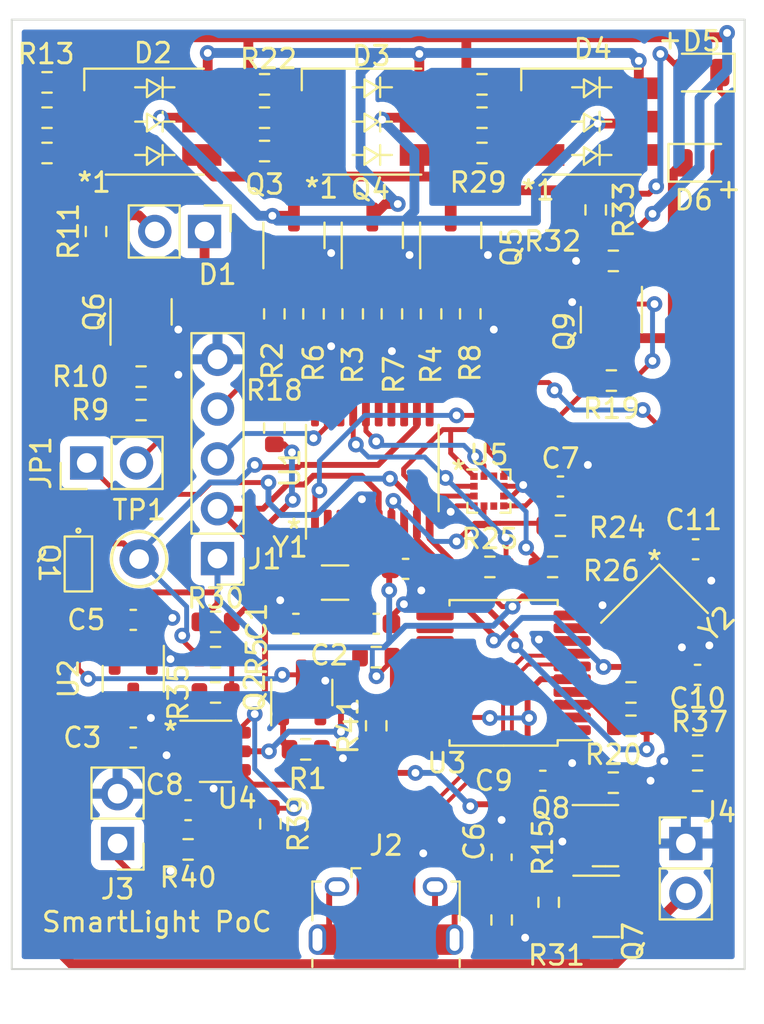
<source format=kicad_pcb>
(kicad_pcb (version 20211014) (generator pcbnew)
  (layers (0 "F.Cu" signal) (31 "B.Cu" signal) (34 "B.Paste" user) (35 "F.Paste" user) (36 "B.SilkS" user "B.Silkscreen") (37 "F.SilkS" user "F.Silkscreen") (38 "B.Mask" user) (39 "F.Mask" user) (44 "Edge.Cuts" user))
  (net 0 "")
  (net 1 "GND")
  (net 2 "Net-(C1-Pad2)")
  (net 3 "Net-(C2-Pad2)")
  (net 4 "+BATT")
  (net 5 "+3V3")
  (net 6 "Net-(C6-Pad1)")
  (net 7 "Net-(D1-Pad1)")
  (net 8 "Net-(D1-Pad2)")
  (net 9 "Net-(D2-Pad1)")
  (net 10 "/L_OUT3")
  (net 11 "Net-(D2-Pad3)")
  (net 12 "/L_OUT1")
  (net 13 "Net-(D2-Pad5)")
  (net 14 "/L_OUT2")
  (net 15 "Net-(D3-Pad1)")
  (net 16 "Net-(D3-Pad3)")
  (net 17 "Net-(D3-Pad5)")
  (net 18 "Net-(D4-Pad1)")
  (net 19 "Net-(D4-Pad3)")
  (net 20 "Net-(D4-Pad5)")
  (net 21 "Net-(D5-Pad1)")
  (net 22 "Net-(D5-Pad2)")
  (net 23 "Net-(D6-Pad1)")
  (net 24 "/RST")
  (net 25 "/SWDIO")
  (net 26 "/SWCLK")
  (net 27 "+5V")
  (net 29 "/USART2_TX")
  (net 30 "Net-(JP1-Pad2)")
  (net 31 "/ADC_LIGHT")
  (net 32 "Net-(Q1-Pad2)")
  (net 33 "/MEAS_ON")
  (net 34 "Net-(Q3-Pad1)")
  (net 35 "Net-(Q4-Pad1)")
  (net 36 "Net-(Q5-Pad1)")
  (net 37 "Net-(Q6-Pad1)")
  (net 38 "/BAT_MEAS_ON")
  (net 39 "Net-(Q7-Pad3)")
  (net 40 "/INDICATOR_ON")
  (net 41 "/PWM1")
  (net 42 "/PWM2")
  (net 43 "/PWM3")
  (net 44 "/ADC_BAT")
  (net 45 "Net-(R18-Pad2)")
  (net 46 "Net-(R19-Pad2)")
  (net 47 "/INT")
  (net 48 "/I2C2_SDA")
  (net 49 "/I2C2_SCL")
  (net 50 "/DONE")
  (net 51 "/CHRG")
  (net 52 "Net-(R37-Pad1)")
  (net 53 "/USART2_RX")
  (net 54 "Net-(R38-Pad1)")
  (net 55 "Net-(R39-Pad1)")
  (net 56 "Net-(R39-Pad2)")
  (net 57 "/ADC1")
  (net 60 "Net-(C10-Pad2)")
  (net 61 "Net-(C11-Pad2)")
  (net 72 "Net-(R41-Pad1)")
  (net 73 "/U-")
  (net 74 "/U+")
  (footprint "Resistor_SMD:R_0603_1608Metric" (layer "F.Cu") (at 155 42 -90)
    (fp_text reference "R6")
    (fp_text value "10k")
  )
  (footprint "Resistor_SMD:R_0603_1608Metric" (layer "F.Cu") (at 167.2 54.9 180)
    (fp_text reference "R26")
    (fp_text value "10k")
  )
  (footprint "Resistor_SMD:R_0603_1608Metric" (layer "F.Cu") (at 163.6 32)
    (fp_text reference "R27" hide)
    (fp_text value "10")
  )
  (footprint "Resistor_SMD:R_0603_1608Metric" (layer "F.Cu") (at 150 59.5 180)
    (fp_text reference "R5")
    (fp_text value "10k")
  )
  (footprint "Connector_PinHeader_2.54mm:PinHeader_1x02_P2.54mm_Vertical" (layer "F.Cu") (at 149.44 37.8 -90)
    (fp_text reference "D1")
    (fp_text value "IR")
  )
  (footprint "Capacitor_SMD:C_0603_1608Metric" (layer "F.Cu") (at 167.6 50.8)
    (fp_text reference "C7")
    (fp_text value "1u")
  )
  (footprint "Resistor_SMD:R_0603_1608Metric" (layer "F.Cu") (at 167.6 52.8 180)
    (fp_text reference "R24")
    (fp_text value "DNP")
  )
  (footprint "Resistor_SMD:R_0603_1608Metric" (layer "F.Cu") (at 154.6 64.2)
    (fp_text reference "R1")
    (fp_text value "10k")
  )
  (footprint "Resistor_SMD:R_0603_1608Metric" (layer "F.Cu") (at 170.2 45.4 180)
    (fp_text reference "R19")
    (fp_text value "100")
  )
  (footprint "Capacitor_SMD:C_0603_1608Metric" (layer "F.Cu") (at 159.7 55)
    (fp_text reference "C4" hide)
    (fp_text value "1u")
  )
  (footprint "Resistor_SMD:R_0603_1608Metric" (layer "F.Cu") (at 153 47.825 90)
    (fp_text reference "R18")
    (fp_text value "100")
  )
  (footprint "Capacitor_SMD:C_0603_1608Metric" (layer "F.Cu") (at 166.7 65.8)
    (fp_text reference "C9")
    (fp_text value "1u")
  )
  (footprint "Resistor_SMD:R_0603_1608Metric" (layer "F.Cu") (at 158.2 63 90)
    (fp_text reference "R41")
    (fp_text value "10k")
  )
  (footprint "Package_TO_SOT_SMD:SOT-23" (layer "F.Cu") (at 146.2 41.9 90)
    (fp_text reference "Q6")
    (fp_text value "YJL3400A")
  )
  (footprint "Connector_PinHeader_2.54mm:PinHeader_1x05_P2.54mm_Vertical" (layer "F.Cu") (at 150.1 54.475 180)
    (fp_text reference "J1")
    (fp_text value "PROG")
  )
  (footprint "Resistor_SMD:R_0603_1608Metric" (layer "F.Cu") (at 164 54.9)
    (fp_text reference "R25")
    (fp_text value "10k")
  )
  (footprint "MHP5050RGBDT:MHP5050RGBDT" (layer "F.Cu") (at 158 32 180)
    (fp_text reference "D3")
    (fp_text value "MHP5050RGBDT")
  )
  (footprint "Resistor_SMD:R_0603_1608Metric" (layer "F.Cu") (at 171.2 61.3)
    (fp_text reference "R38" hide)
    (fp_text value "100")
  )
  (footprint "Resistor_SMD:R_0603_1608Metric" (layer "F.Cu") (at 153 42 90)
    (fp_text reference "R2")
    (fp_text value "100")
  )
  (footprint "Oscillator:Oscillator_SMD_SeikoEpson_SG8002CE-4Pin_3.2x2.5mm" (layer "F.Cu") (at 172.4 57.5 -135)
    (fp_text reference "Y2")
    (fp_text value "X322512MSB4SI")
  )
  (footprint "Resistor_SMD:R_0603_1608Metric" (layer "F.Cu") (at 152.5 30.3)
    (fp_text reference "R22")
    (fp_text value "10")
  )
  (footprint "Resistor_SMD:R_0603_1608Metric" (layer "F.Cu") (at 171.2 63)
    (fp_text reference "R37")
    (fp_text value "100")
  )
  (footprint "Resistor_SMD:R_0603_1608Metric" (layer "F.Cu") (at 157 42 90)
    (fp_text reference "R3")
    (fp_text value "100")
  )
  (footprint "Resistor_SMD:R_0603_1608Metric" (layer "F.Cu") (at 150 57.7)
    (fp_text reference "R30")
    (fp_text value "10k")
  )
  (footprint "Resistor_SMD:R_0603_1608Metric" (layer "F.Cu") (at 141.4 33.8)
    (fp_text reference "R14" hide)
    (fp_text value "10")
  )
  (footprint "Package_TO_SOT_SMD:SOT-23" (layer "F.Cu") (at 169.9 68.6)
    (fp_text reference "Q8")
    (fp_text value "YJL3400A")
  )
  (footprint "Resistor_SMD:R_0603_1608Metric" (layer "F.Cu") (at 143.9 37.8 -90)
    (fp_text reference "R11")
    (fp_text value "10")
  )
  (footprint "Resistor_SMD:R_0603_1608Metric" (layer "F.Cu") (at 150 61.3 180)
    (fp_text reference "R35")
    (fp_text value "10k")
  )
  (footprint "LED_SMD:LED_0805_2012Metric" (layer "F.Cu") (at 174.8 34.3)
    (fp_text reference "D6")
    (fp_text value "RED")
  )
  (footprint "Resistor_SMD:R_0603_1608Metric" (layer "F.Cu") (at 158.2 59.5)
    (fp_text reference "R34" hide)
    (fp_text value "10k")
  )
  (footprint "Resistor_SMD:R_0603_1608Metric" (layer "F.Cu") (at 161 42 90)
    (fp_text reference "R4")
    (fp_text value "100")
  )
  (footprint "Capacitor_SMD:C_0603_1608Metric" (layer "F.Cu") (at 158.2 57.8 180)
    (fp_text reference "C2")
    (fp_text value "15pf")
  )
  (footprint "Resistor_SMD:R_0603_1608Metric" (layer "F.Cu") (at 141.4 30.2)
    (fp_text reference "R13")
    (fp_text value "10")
  )
  (footprint "Capacitor_SMD:C_0603_1608Metric" (layer "F.Cu") (at 145.8 57.6)
    (fp_text reference "C5")
    (fp_text value "1u")
  )
  (footprint "Capacitor_SMD:C_0603_1608Metric" (layer "F.Cu") (at 148.6 67.3)
    (fp_text reference "C8")
    (fp_text value "10u")
  )
  (footprint "Resistor_SMD:R_0603_1608Metric" (layer "F.Cu") (at 170.3 39.3 180)
    (fp_text reference "R32")
    (fp_text value "10k")
  )
  (footprint "Package_LGA:LGA-12_2x2mm_P0.5mm" (layer "F.Cu") (at 163.95 51.0375)
    (fp_text reference "U5")
    (fp_text value "KX022-1020")
  )
  (footprint "Resistor_SMD:R_0603_1608Metric" (layer "F.Cu") (at 164.6 72.9 -90)
    (fp_text reference "R31")
    (fp_text value "10k")
  )
  (footprint "LED_SMD:LED_0805_2012Metric" (layer "F.Cu") (at 174.8 29.7 180)
    (fp_text reference "D5")
    (fp_text value "RED")
  )
  (footprint "Package_TO_SOT_SMD:SOT-23" (layer "F.Cu") (at 158 38 90)
    (fp_text reference "Q4")
    (fp_text value "YJL3400A")
  )
  (footprint "Package_TO_SOT_SMD:SOT-23" (layer "F.Cu") (at 145.8 60.6 -90)
    (fp_text reference "U2")
    (fp_text value "XC6206P332MR")
  )
  (footprint "Connector_PinHeader_2.54mm:PinHeader_1x02_P2.54mm_Vertical" (layer "F.Cu") (at 145 69 180)
    (fp_text reference "J3")
    (fp_text value "WCHRG")
  )
  (footprint "Package_TO_SOT_SMD:SOT-23" (layer "F.Cu") (at 154.4 61.3 90)
    (fp_text reference "Q2")
    (fp_text value "YJL3400A")
  )
  (footprint "Capacitor_SMD:C_0603_1608Metric" (layer "F.Cu") (at 174.5 54 180)
    (fp_text reference "C11")
    (fp_text value "12p")
  )
  (footprint "Resistor_SMD:R_0603_1608Metric" (layer "F.Cu") (at 152.5 32)
    (fp_text reference "R21" hide)
    (fp_text value "10")
  )
  (footprint "Connector_USB:USB_Micro-B_Amphenol_10118194_Horizontal" (layer "F.Cu") (at 158.7 72.6)
    (fp_text reference "J2")
    (fp_text value "USB_B_Micro")
  )
  (footprint "Resistor_SMD:R_0603_1608Metric" (layer "F.Cu") (at 159 42 -90)
    (fp_text reference "R7")
    (fp_text value "10k")
  )
  (footprint "Resistor_SMD:R_0603_1608Metric" (layer "F.Cu") (at 169.4 36.7 -90)
    (fp_text reference "R33")
    (fp_text value "10")
  )
  (footprint "TestPoint:TestPoint_Keystone_5000-5004_Miniature" (layer "F.Cu") (at 146.1 54.5)
    (fp_text reference "TP1")
    (fp_text value "T1")
  )
  (footprint "Package_TO_SOT_SMD:SOT-23" (layer "F.Cu") (at 162 38 90)
    (fp_text reference "Q5")
    (fp_text value "YJL3400A")
  )
  (footprint "Resistor_SMD:R_0603_1608Metric" (layer "F.Cu") (at 152.8 68 -90)
    (fp_text reference "R39")
    (fp_text value "10k")
  )
  (footprint "Package_TO_SOT_SMD:SOT-23" (layer "F.Cu") (at 169.9375 72.2)
    (fp_text reference "Q7")
    (fp_text value "AO3401A")
  )
  (footprint "Resistor_SMD:R_0603_1608Metric" (layer "F.Cu") (at 163.6 33.8)
    (fp_text reference "R29")
    (fp_text value "10")
  )
  (footprint "Connector_PinHeader_2.54mm:PinHeader_1x02_P2.54mm_Vertical" (layer "F.Cu") (at 143.425 49.6 90)
    (fp_text reference "JP1")
    (fp_text value "Jumper_2_Open")
  )
  (footprint "Capacitor_SMD:C_0603_1608Metric" (layer "F.Cu") (at 174.6 60.4 180)
    (fp_text reference "C10")
    (fp_text value "12p")
  )
  (footprint "Resistor_SMD:R_0603_1608Metric" (layer "F.Cu") (at 163 42 -90)
    (fp_text reference "R8")
    (fp_text value "10k")
  )
  (footprint "Package_TO_SOT_SMD:SOT-23-6" (layer "F.Cu") (at 150 64.3)
    (fp_text reference "U4")
    (fp_text value "FM4057S42")
  )
  (footprint "Resistor_SMD:R_0603_1608Metric" (layer "F.Cu") (at 170.3 65.9)
    (fp_text reference "R20")
    (fp_text value "10k")
  )
  (footprint "Connector_PinHeader_2.54mm:PinHeader_1x02_P2.54mm_Vertical" (layer "F.Cu") (at 174 69)
    (fp_text reference "J4")
    (fp_text value "Battery")
  )
  (footprint "Resistor_SMD:R_0603_1608Metric" (layer "F.Cu") (at 148.6 69.3 180)
    (fp_text reference "R40")
    (fp_text value "0")
  )
  (footprint "Resistor_SMD:R_0603_1608Metric" (layer "F.Cu") (at 141.4 32)
    (fp_text reference "R12" hide)
    (fp_text value "10")
  )
  (footprint "Crystal:Crystal_SMD_3215-2Pin_3.2x1.5mm" (layer "F.Cu") (at 156.1 55.7)
    (fp_text reference "Y1")
    (fp_text value "Crystal")
  )
  (footprint "Resistor_SMD:R_0603_1608Metric" (layer "F.Cu") (at 152.5 33.7)
    (fp_text reference "R23" hide)
    (fp_text value "10")
  )
  (footprint "Resistor_SMD:R_0603_1608Metric" (layer "F.Cu") (at 174.6 64 180)
    (fp_text reference "R17" hide)
    (fp_text value "10k")
  )
  (footprint "Package_SO:TSSOP-20_4.4x6.5mm_P0.65mm" (layer "F.Cu") (at 158 49.8625 90)
    (fp_text reference "U1")
    (fp_text value "STM32G030F6Px")
  )
  (footprint "Resistor_SMD:R_0603_1608Metric" (layer "F.Cu") (at 174.6 65.8)
    (fp_text reference "R16" hide)
    (fp_text value "10k")
  )
  (footprint "Capacitor_SMD:C_0603_1608Metric" (layer "F.Cu") (at 154.1 57.8)
    (fp_text reference "C1")
    (fp_text value "15pf")
  )
  (footprint "Capacitor_SMD:C_0603_1608Metric" (layer "F.Cu") (at 145.8 63.6)
    (fp_text reference "C3")
    (fp_text value "1u")
  )
  (footprint "Capacitor_SMD:C_0603_1608Metric" (layer "F.Cu") (at 164.6 69.7 90)
    (fp_text reference "C6")
    (fp_text value "15pf")
  )
  (footprint "Package_SO:SSOP-20_5.3x7.2mm_P0.65mm" (layer "F.Cu") (at 164.7 60.3 180)
    (fp_text reference "U3")
    (fp_text value "CH340T")
  )
  (footprint "Package_TO_SOT_SMD:SOT-23" (layer "F.Cu") (at 154 38 90)
    (fp_text reference "Q3")
    (fp_text value "YJL3400A")
  )
  (footprint "MHP5050RGBDT:MHP5050RGBDT" (layer "F.Cu") (at 146.9 32 180)
    (fp_text reference "D2")
    (fp_text value "MHP5050RGBDT")
  )
  (footprint "Resistor_SMD:R_0603_1608Metric" (layer "F.Cu") (at 167 72 -90)
    (fp_text reference "R15")
    (fp_text value "10k")
  )
  (footprint "Resistor_SMD:R_0603_1608Metric" (layer "F.Cu") (at 146.2 45.2)
    (fp_text reference "R10")
    (fp_text value "10k")
  )
  (footprint "MHP5050RGBDT:MHP5050RGBDT" (layer "F.Cu") (at 169.2 32 180)
    (fp_text reference "D4")
    (fp_text value "MHP5050RGBDT")
  )
  (footprint "Package_TO_SOT_SMD:SOT-23" (layer "F.Cu") (at 170.2 42.3 -90)
    (fp_text reference "Q9")
    (fp_text value "YJL3400A")
  )
  (footprint "Resistor_SMD:R_0603_1608Metric" (layer "F.Cu") (at 163.6 30.3)
    (fp_text reference "R28" hide)
    (fp_text value "10")
  )
  (footprint "ambient:ALS-PT19" (layer "F.Cu") (at 143 54.75 -90)
    (fp_text reference "Q1")
    (fp_text value "ALS-PT19")
  )
  (footprint "Resistor_SMD:R_0603_1608Metric" (layer "F.Cu") (at 146.2 46.9 180)
    (fp_text reference "R9")
    (fp_text value "100")
  )
  (gr_line (start 139.6 75.4) (end 176.2 75.4) (layer "Edge.Cuts") (width 0.1))
  (gr_line (start 177 75.4) (end 176.2 75.4) (layer "Edge.Cuts") (width 0.1))
  (gr_line (start 139.6 27) (end 177 27) (layer "Edge.Cuts") (width 0.1))
  (gr_line (start 177 27) (end 177 75.4) (layer "Edge.Cuts") (width 0.1))
  (gr_line (start 139.6 27) (end 139.6 75.4) (layer "Edge.Cuts") (width 0.1))
  (gr_text "SmartLight PoC" (at 147 73) (layer "F.SilkS") (effects (font (size 1 1))))
  (gr_text "+" (at 176.2 35.6) (layer "F.SilkS") (effects (font (size 1 1))))
  (gr_text "+" (at 173.2 28) (layer "F.SilkS") (effects (font (size 1 1))))
  (gr_text "*" (at 172.4 54.6) (layer "F.SilkS") (effects (font (size 1 1))))
  (gr_text "*" (at 162.4 50) (layer "F.SilkS") (effects (font (size 1 1))))
  (gr_text "*" (at 147.7 63.3) (layer "F.SilkS") (effects (font (size 1 1))))
  (gr_text "*" (at 154 53) (layer "F.SilkS") (effects (font (size 1 1))))
  (gr_text "*1" (at 155.4 35.6) (layer "F.SilkS") (effects (font (size 1 1))))
  (gr_text "*1" (at 166.45 35.7) (layer "F.SilkS") (effects (font (size 1 1))))
  (gr_text "*1" (at 143.8 35.3) (layer "F.SilkS") (effects (font (size 1 1))))
  (segment (start 170.87972 57.676777) (end 170.572557 57.676777) (width 0.25) (layer "F.Cu") (net 1))
  (segment (start 146.575 57.6) (end 147.7 57.6) (width 0.3) (layer "F.Cu") (net 1))
  (segment (start 158.975 57.436978) (end 159.611978 56.8) (width 0.3) (layer "F.Cu") (net 1))
  (segment (start 163.8375 38.9375) (end 163.9 39) (width 0.3) (layer "F.Cu") (net 1))
  (segment (start 156.0495 64.2) (end 155.425 64.2) (width 0.3) (layer "F.Cu") (net 1))
  (segment (start 155.35 62.2375) (end 155.35 60.95) (width 0.3) (layer "F.Cu") (net 1))
  (segment (start 171.125 65.9) (end 172.1 65.9) (width 0.25) (layer "F.Cu") (net 1))
  (segment (start 147.7 64.3) (end 147.5 64.5) (width 0.25) (layer "F.Cu") (net 1))
  (segment (start 168.35 69.55) (end 167.7 68.9) (width 0.25) (layer "F.Cu") (net 1))
  (segment (start 159 42.825) (end 159 43.9) (width 0.3) (layer "F.Cu") (net 1))
  (segment (start 175.375 59.075) (end 175.2 58.9) (width 0.25) (layer "F.Cu") (net 1))
  (segment (start 148.0625 42.8375) (end 148.1 42.8) (width 0.25) (layer "F.Cu") (net 1))
  (segment (start 157.675 52.725) (end 157.675 51.654477) (width 0.3) (layer "F.Cu") (net 1))
  (segment (start 147.775 69.3) (end 147.775 70.325) (width 0.3) (layer "F.Cu") (net 1))
  (segment (start 147.15 42.8375) (end 148.0625 42.8375) (width 0.25) (layer "F.Cu") (net 1))
  (segment (start 149.375 66.725) (end 149.9 66.2) (width 0.3) (layer "F.Cu") (net 1))
  (segment (start 154.95 38.9375) (end 155.8625 38.9375) (width 0.3) (layer "F.Cu") (net 1))
  (segment (start 148 45.2) (end 148.1 45.1) (width 0.25) (layer "F.Cu") (net 1))
  (segment (start 168.375 50.325) (end 169 49.7) (width 0.25) (layer "F.Cu") (net 1))
  (segment (start 169.25 41.3625) (end 168.2375 41.3625) (width 0.3) (layer "F.Cu") (net 1))
  (segment (start 164.175 42.825) (end 164.2 42.8) (width 0.3) (layer "F.Cu") (net 1))
  (segment (start 172.1 65.9) (end 172.2 65.8) (width 0.25) (layer "F.Cu") (net 1))
  (segment (start 173.775 64) (end 172.975 64.8) (width 0.25) (layer "F.Cu") (net 1))
  (segment (start 146.75 59.6625) (end 147.6375 59.6625) (width 0.3) (layer "F.Cu") (net 1))
  (segment (start 173.8 57.443503) (end 173.8 59) (width 0.25) (layer "F.Cu") (net 1))
  (segment (start 165.137 51.2875) (end 165.7 50.7245) (width 0.25) (layer "F.Cu") (net 1))
  (segment (start 153.325 57.8) (end 153.325 56.625) (width 0.3) (layer "F.Cu") (net 1))
  (segment (start 169.475 39.3) (end 168.4 39.3) (width 0.3) (layer "F.Cu") (net 1))
  (segment (start 164.6 68.925) (end 164.6 67.8) (width 0.3) (layer "F.Cu") (net 1))
  (segment (start 147.6375 59.6625) (end 147.7 59.6) (width 0.3) (layer "F.Cu") (net 1))
  (segment (start 175.375 60.4) (end 175.375 59.075) (width 0.25) (layer "F.Cu") (net 1))
  (segment (start 158.975 57.8) (end 158.975 57.436978) (width 0.3) (layer "F.Cu") (net 1))
  (segment (start 162.302393 51.7875) (end 162 52.089893) (width 0.25) (layer "F.Cu") (net 1))
  (segment (start 167.475 65.8) (end 167.475 65.625) (width 0.25) (layer "F.Cu") (net 1))
  (segment (start 160.475 56.075) (end 160.5 56.1) (width 0.3) (layer "F.Cu") (net 1))
  (segment (start 158.025 62) (end 158.2 62.175) (width 0.25) (layer "F.Cu") (net 1))
  (segment (start 162.95 38.9375) (end 163.8375 38.9375) (width 0.3) (layer "F.Cu") (net 1))
  (segment (start 159.8375 38.9375) (end 159.9 39) (width 0.3) (layer "F.Cu") (net 1))
  (segment (start 175.3 54.025) (end 175.3 55.6) (width 0.25) (layer "F.Cu") (net 1))
  (segment (start 147.025 45.2) (end 148 45.2) (width 0.25) (layer "F.Cu") (net 1))
  (segment (start 168.2 58.675) (end 166.575 58.675) (width 0.25) (layer "F.Cu") (net 1))
  (segment (start 148.8625 64.3) (end 147.7 64.3) (width 0.25) (layer "F.Cu") (net 1))
  (segment (start 157.0995 62) (end 158.025 62) (width 0.25) (layer "F.Cu") (net 1))
  (segment (start 170.572557 57.676777) (end 169.747689 56.851909) (width 0.25) (layer "F.Cu") (net 1))
  (segment (start 168.9625 69.55) (end 168.35 69.55) (width 0.25) (layer "F.Cu") (net 1))
  (segment (start 175.275 54) (end 175.3 54.025) (width 0.25) (layer "F.Cu") (net 1))
  (segment (start 155 42.825) (end 155.0745 42.825) (width 0.3) (layer "F.Cu") (net 1))
  (segment (start 147.7 57.6) (end 147.8 57.5) (width 0.3) (layer "F.Cu") (net 1))
  (segment (start 165.637 50.7875) (end 165.7 50.7245) (width 0.25) (layer "F.Cu") (net 1))
  (segment (start 155.0745 42.825) (end 155.9 43.6505) (width 0.3) (layer "F.Cu") (net 1))
  (segment (start 163 42.825) (end 164.175 42.825) (width 0.3) (layer "F.Cu") (net 1))
  (segment (start 165.725 73.725) (end 165.8 73.8) (width 0.3) (layer "F.Cu") (net 1))
  (segment (start 164.6 73.725) (end 165.725 73.725) (width 0.3) (layer "F.Cu") (net 1))
  (segment (start 160 71.2) (end 160 70.1) (width 0.3) (layer "F.Cu") (net 1))
  (segment (start 163.1875 51.7875) (end 162.302393 51.7875) (width 0.25) (layer "F.Cu") (net 1))
  (segment (start 164.7125 50.7875) (end 165.637 50.7875) (width 0.25) (layer "F.Cu") (net 1))
  (segment (start 166.575 58.675) (end 166.5 58.6) (width 0.25) (layer "F.Cu") (net 1))
  (segment (start 173.92028 57.323223) (end 173.8 57.443503) (width 0.25) (layer "F.Cu") (net 1))
  (segment (start 167.475 65.625) (end 168.2 64.9) (width 0.25) (layer "F.Cu") (net 1))
  (segment (start 153.325 56.625) (end 153.3 56.6) (width 0.3) (layer "F.Cu") (net 1))
  (segment (start 149.375 67.3) (end 149.375 66.725) (width 0.3) (layer "F.Cu") (net 1))
  (segment (start 155.8625 38.9375) (end 155.9 38.9) (width 0.3) (layer "F.Cu") (net 1))
  (segment (start 172.975 64.8) (end 172.9 64.8) (width 0.25) (layer "F.Cu") (net 1))
  (segment (start 146.575 62.725) (end 146.7 62.6) (width 0.3) (layer "F.Cu") (net 1))
  (segment (start 155.35 60.95) (end 155.6 60.7) (width 0.3) (layer "F.Cu") (net 1))
  (segment (start 156.5 64.6505) (end 156.0495 64.2) (width 0.3) (layer "F.Cu") (net 1))
  (segment (start 164.7125 51.2875) (end 165.137 51.2875) (width 0.25) (layer "F.Cu") (net 1))
  (segment (start 146.575 63.6) (end 146.575 62.725) (width 0.3) (layer "F.Cu") (net 1))
  (segment (start 157.675 51.654477) (end 157.470023 51.4495) (width 0.3) (layer "F.Cu") (net 1))
  (segment (start 147.775 70.325) (end 147.7 70.4) (width 0.3) (layer "F.Cu") (net 1))
  (segment (start 168.2375 41.3625) (end 168.2 41.4) (width 0.3) (layer "F.Cu") (net 1))
  (segment (start 160.475 55) (end 160.475 56.075) (width 0.3) (layer "F.Cu") (net 1))
  (segment (start 160 70.1) (end 160.6 69.5) (width 0.3) (layer "F.Cu") (net 1))
  (segment (start 168.375 50.8) (end 168.375 50.325) (width 0.25) (layer "F.Cu") (net 1))
  (segment (start 158.95 38.9375) (end 159.8375 38.9375) (width 0.3) (layer "F.Cu") (net 1))
  (via (at 159.611978 56.8) (size 0.8) (drill 0.4) (layers "F.Cu" "B.Cu") (net 1))
  (via (at 166.5 58.6) (size 0.8) (drill 0.4) (layers "F.Cu" "B.Cu") (net 1))
  (via (at 147.7 59.6) (size 0.8) (drill 0.4) (layers "F.Cu" "B.Cu") (net 1))
  (via (at 148.1 45.1) (size 0.8) (drill 0.4) (layers "F.Cu" "B.Cu") (net 1))
  (via (at 149.9 66.2) (size 0.8) (drill 0.4) (layers "F.Cu" "B.Cu") (net 1))
  (via (at 172.9 64.8) (size 0.8) (drill 0.4) (layers "F.Cu" "B.Cu") (net 1))
  (via (at 164.6 67.8) (size 0.8) (drill 0.4) (layers "F.Cu" "B.Cu") (net 1))
  (via (at 168.4 39.3) (size 0.8) (drill 0.4) (layers "F.Cu" "B.Cu") (net 1))
  (via (at 157.0995 62) (size 0.8) (drill 0.4) (layers "F.Cu" "B.Cu") (net 1))
  (via (at 168.2 64.9) (size 0.8) (drill 0.4) (layers "F.Cu" "B.Cu") (net 1))
  (via (at 159.9 39) (size 0.8) (drill 0.4) (layers "F.Cu" "B.Cu") (net 1))
  (via (at 175.3 55.6) (size 0.8) (drill 0.4) (layers "F.Cu" "B.Cu") (net 1))
  (via (at 162 52.089893) (size 0.8) (drill 0.4) (layers "F.Cu" "B.Cu") (net 1))
  (via (at 155.6 60.7) (size 0.8) (drill 0.4) (layers "F.Cu" "B.Cu") (net 1))
  (via (at 169 49.7) (size 0.8) (drill 0.4) (layers "F.Cu" "B.Cu") (net 1))
  (via (at 173.8 59) (size 0.8) (drill 0.4) (layers "F.Cu" "B.Cu") (net 1))
  (via (at 147.8 57.5) (size 0.8) (drill 0.4) (layers "F.Cu" "B.Cu") (net 1))
  (via (at 165.7 50.7245) (size 0.8) (drill 0.4) (layers "F.Cu" "B.Cu") (net 1))
  (via (at 155.9 43.6505) (size 0.8) (drill 0.4) (layers "F.Cu" "B.Cu") (net 1))
  (via (at 175.2 58.9) (size 0.8) (drill 0.4) (layers "F.Cu" "B.Cu") (net 1))
  (via (at 146.7 62.6) (size 0.8) (drill 0.4) (layers "F.Cu" "B.Cu") (net 1))
  (via (at 165.8 73.8) (size 0.8) (drill 0.4) (layers "F.Cu" "B.Cu") (net 1))
  (via (at 147.7 70.4) (size 0.8) (drill 0.4) (layers "F.Cu" "B.Cu") (net 1))
  (via (at 155.9 38.9) (size 0.8) (drill 0.4) (layers "F.Cu" "B.Cu") (net 1))
  (via (at 169.747689 56.851909) (size 0.8) (drill 0.4) (layers "F.Cu" "B.Cu") (net 1))
  (via (at 156.5 64.6505) (size 0.8) (drill 0.4) (layers "F.Cu" "B.Cu") (net 1))
  (via (at 160.5 56.1) (size 0.8) (drill 0.4) (layers "F.Cu" "B.Cu") (net 1))
  (via (at 167.7 68.9) (size 0.8) (drill 0.4) (layers "F.Cu" "B.Cu") (net 1))
  (via (at 159 43.9) (size 0.8) (drill 0.4) (layers "F.Cu" "B.Cu") (net 1))
  (via (at 172.2 65.8) (size 0.8) (drill 0.4) (layers "F.Cu" "B.Cu") (net 1))
  (via (at 164.2 42.8) (size 0.8) (drill 0.4) (layers "F.Cu" "B.Cu") (net 1))
  (via (at 153.3 56.6) (size 0.8) (drill 0.4) (layers "F.Cu" "B.Cu") (net 1))
  (via (at 157.470023 51.4495) (size 0.8) (drill 0.4) (layers "F.Cu" "B.Cu") (net 1))
  (via (at 168.2 41.4) (size 0.8) (drill 0.4) (layers "F.Cu" "B.Cu") (net 1))
  (via (at 163.9 39) (size 0.8) (drill 0.4) (layers "F.Cu" "B.Cu") (net 1))
  (via (at 148.1 42.8) (size 0.8) (drill 0.4) (layers "F.Cu" "B.Cu") (net 1))
  (via (at 147.5 64.5) (size 0.8) (drill 0.4) (layers "F.Cu" "B.Cu") (net 1))
  (via (at 160.6 69.5) (size 0.8) (drill 0.4) (layers "F.Cu" "B.Cu") (net 1))
  (segment (start 155.725 52.725) (end 155.725 54.825) (width 0.3) (layer "F.Cu") (net 2))
  (segment (start 154.875 55.725) (end 154.85 55.7) (width 0.3) (layer "F.Cu") (net 2))
  (segment (start 155.725 54.825) (end 154.85 55.7) (width 0.3) (layer "F.Cu") (net 2))
  (segment (start 154.875 57.8) (end 154.875 55.725) (width 0.3) (layer "F.Cu") (net 2))
  (segment (start 157.2 55.7) (end 157.35 55.7) (width 0.3) (layer "F.Cu") (net 3))
  (segment (start 157.425 57.8) (end 157.425 55.775) (width 0.3) (layer "F.Cu") (net 3))
  (segment (start 157.425 55.775) (end 157.35 55.7) (width 0.3) (layer "F.Cu") (net 3))
  (segment (start 156.375 52.725) (end 156.375 54.875) (width 0.3) (layer "F.Cu") (net 3))
  (segment (start 156.375 54.875) (end 157.2 55.7) (width 0.3) (layer "F.Cu") (net 3))
  (segment (start 143.4 64.8) (end 145.8 64.8) (width 0.5) (layer "F.Cu") (net 4))
  (segment (start 168.675 72.825) (end 169 73.15) (width 0.25) (layer "F.Cu") (net 4))
  (segment (start 174 71.54) (end 170.39002 75.14998) (width 0.5) (layer "F.Cu") (net 4))
  (segment (start 162.8 27.9) (end 162.8 33.775) (width 0.5) (layer "F.Cu") (net 4))
  (segment (start 148.8625 65.25) (end 147.35 65.25) (width 0.3) (layer "F.Cu") (net 4))
  (segment (start 140.4 38.6) (end 140.4 30.475) (width 0.5) (layer "F.Cu") (net 4))
  (segment (start 146.0125 64.5875) (end 145.025 63.6) (width 0.3) (layer "F.Cu") (net 4))
  (segment (start 171.675 37.525) (end 172.3 36.9) (width 0.3) (layer "F.Cu") (net 4))
  (segment (start 140.575 30.3) (end 140.575 29.425) (width 0.5) (layer "F.Cu") (net 4))
  (segment (start 145.8 64.8) (end 146.0125 64.5875) (width 0.5) (layer "F.Cu") (net 4))
  (segment (start 140.4 72.9) (end 140.4 61.8) (width 0.5) (layer "F.Cu") (net 4))
  (segment (start 140.4 30.475) (end 140.575 30.3) (width 0.5) (layer "F.Cu") (net 4))
  (segment (start 162.8 33.775) (end 162.775 33.8) (width 0.5) (layer "F.Cu") (net 4))
  (segment (start 168.85002 75.14998) (end 142.64998 75.14998) (width 0.5) (layer "F.Cu") (net 4))
  (segment (start 146.675 65.25) (end 146.0125 64.5875) (width 0.3) (layer "F.Cu") (net 4))
  (segment (start 140.4 61.8) (end 140.4 38.6) (width 0.5) (layer "F.Cu") (net 4))
  (segment (start 145.025 63.6) (end 145.025 62.3125) (width 0.3) (layer "F.Cu") (net 4))
  (segment (start 142.64998 75.14998) (end 140.4 72.9) (width 0.5) (layer "F.Cu") (net 4))
  (segment (start 140.425 38.625) (end 140.4 38.6) (width 0.5) (layer "F.Cu") (net 4))
  (segment (start 147.35 65.25) (end 146.675 65.25) (width 0.3) (layer "F.Cu") (net 4))
  (segment (start 140.4 61.8) (end 143.4 64.8) (width 0.5) (layer "F.Cu") (net 4))
  (segment (start 170.39002 75.14998) (end 168.85002 75.14998) (width 0.5) (layer "F.Cu") (net 4))
  (segment (start 142.1 27.9) (end 151.8 27.9) (width 0.5) (layer "F.Cu") (net 4))
  (segment (start 167 72.825) (end 168.675 72.825) (width 0.25) (layer "F.Cu") (net 4))
  (segment (start 145.025 62.3125) (end 145.8 61.5375) (width 0.3) (layer "F.Cu") (net 4))
  (segment (start 162.8 27.9) (end 175.881897 27.9) (width 0.5) (layer "F.Cu") (net 4))
  (segment (start 147.825 67.3) (end 147.825 65.725) (width 0.3) (layer "F.Cu") (net 4))
  (segment (start 151.675 28.025) (end 151.8 27.9) (width 0.5) (layer "F.Cu") (net 4))
  (segment (start 143.9 38.625) (end 140.425 38.625) (width 0.5) (layer "F.Cu") (net 4))
  (segment (start 147.825 65.725) (end 147.35 65.25) (width 0.3) (layer "F.Cu") (net 4))
  (segment (start 168.85002 75.14998) (end 168.85002 73.29998) (width 0.5) (layer "F.Cu") (net 4))
  (segment (start 151.675 33.7) (end 151.675 28.025) (width 0.5) (layer "F.Cu") (net 4))
  (segment (start 151.8 27.9) (end 162.8 27.9) (width 0.5) (layer "F.Cu") (net 4))
  (segment (start 140.575 29.425) (end 142.1 27.9) (width 0.5) (layer "F.Cu") (net 4))
  (segment (start 169.4 37.525) (end 171.675 37.525) (width 0.3) (layer "F.Cu") (net 4))
  (segment (start 175.881897 27.9) (end 176.106034 27.675863) (width 0.5) (layer "F.Cu") (net 4))
  (segment (start 168.85002 73.29998) (end 169 73.15) (width 0.5) (layer "F.Cu") (net 4))
  (via (at 172.3 36.9) (size 0.8) (drill 0.4) (layers "F.Cu" "B.Cu") (net 4))
  (via (at 176.106034 27.675863) (size 0.8) (drill 0.4) (layers "F.Cu" "B.Cu") (net 4))
  (segment (start 176.106034 27.675863) (end 176.106034 29.593966) (width 0.5) (layer "B.Cu") (net 4))
  (segment (start 174.7 34.5) (end 172.3 36.9) (width 0.5) (layer "B.Cu") (net 4))
  (segment (start 176.106034 29.593966) (end 174.7 31) (width 0.5) (layer "B.Cu") (net 4))
  (segment (start 174.7 31) (end 174.7 34.5) (width 0.5) (layer "B.Cu") (net 4))
  (segment (start 158.925 55) (end 157.925 54) (width 0.3) (layer "F.Cu") (net 5))
  (segment (start 157.4 54) (end 157.025 53.625) (width 0.3) (layer "F.Cu") (net 5))
  (segment (start 145.025 57.6) (end 146.425 56.2) (width 0.3) (layer "F.Cu") (net 5))
  (segment (start 169.749501 49.349501) (end 169.2 48.8) (width 0.3) (layer "F.Cu") (net 5))
  (segment (start 164.7125 49.775978) (end 164.7125 50.2875) (width 0.25) (layer "F.Cu") (net 5))
  (segment (start 165.8125 51.7875) (end 166.425 51.175) (width 0.25) (layer "F.Cu") (net 5))
  (segment (start 144.85 59.6625) (end 144.85 57.775) (width 0.3) (layer "F.Cu") (net 5))
  (segment (start 168.425 52.8) (end 169.5 52.8) (width 0.25) (layer "F.Cu") (net 5))
  (segment (start 161.2 62.575) (end 163.975 62.575) (width 0.25) (layer "F.Cu") (net 5))
  (segment (start 159.025 59.658277) (end 159.025 59.5) (width 0.25) (layer "F.Cu") (net 5))
  (segment (start 164.62448 56.92448) (end 165.154832 56.92448) (width 0.25) (layer "F.Cu") (net 5))
  (segment (start 162 47.9) (end 163.9 47.9) (width 0.25) (layer "F.Cu") (net 5))
  (segment (start 168.825 48.8) (end 166.825 50.8) (width 0.3) (layer "F.Cu") (net 5))
  (segment (start 146.425 56.2) (end 150.1 56.2) (width 0.3) (layer "F.Cu") (net 5))
  (segment (start 168.4 56.3) (end 169.7 55) (width 0.3) (layer "F.Cu") (net 5))
  (segment (start 163.9 48.963478) (end 164.7125 49.775978) (width 0.25) (layer "F.Cu") (net 5))
  (segment (start 162 49.1) (end 162 47.9) (width 0.25) (layer "F.Cu") (net 5))
  (segment (start 163.975 62.575) (end 164 62.6) (width 0.25) (layer "F.Cu") (net 5))
  (segment (start 169.7 53) (end 169.749501 52.950499) (width 0.3) (layer "F.Cu") (net 5))
  (segment (start 150.1 56.2) (end 150.1 54.475) (width 0.3) (layer "F.Cu") (net 5))
  (segment (start 169.5 52.8) (end 169.7 53) (width 0.25) (layer "F.Cu") (net 5))
  (segment (start 165.679312 56.4) (end 165.154832 56.92448) (width 0.3) (layer "F.Cu") (net 5))
  (segment (start 144.85 57.775) (end 145.025 57.6) (width 0.3) (layer "F.Cu") (net 5))
  (segment (start 168.1 56.3) (end 168.4 56.3) (width 0.3) (layer "F.Cu") (net 5))
  (segment (start 163.1875 50.2875) (end 162 49.1) (width 0.25) (layer "F.Cu") (net 5))
  (segment (start 166 62.6) (end 165.925 62.675) (width 0.25) (layer "F.Cu") (net 5))
  (segment (start 168.025 56.225) (end 168.1 56.3) (width 0.25) (layer "F.Cu") (net 5))
  (segment (start 166.45 51.175) (end 166.425 51.175) (width 0.25) (layer "F.Cu") (net 5))
  (segment (start 163.175 54.9) (end 163.175 55.475) (width 0.25) (layer "F.Cu") (net 5))
  (segment (start 160.334994 62.575) (end 159.025 61.265006) (width 0.25) (layer "F.Cu") (net 5))
  (segment (start 149.175 57.7) (end 149.175 57.85) (width 0.3) (layer "F.Cu") (net 5))
  (segment (start 166.025 50) (end 166.825 50.8) (width 0.25) (layer "F.Cu") (net 5))
  (segment (start 163.1875 51.2875) (end 160.6875 51.2875) (width 0.25) (layer "F.Cu") (net 5))
  (segment (start 161.2 62.575) (end 160.334994 62.575) (width 0.25) (layer "F.Cu") (net 5))
  (segment (start 168.1 56.3) (end 168 56.4) (width 0.3) (layer "F.Cu") (net 5))
  (segment (start 149.175 57.85) (end 150.825 59.5) (width 0.3) (layer "F.Cu") (net 5))
  (segment (start 164.7125 50.2875) (end 165 50) (width 0.25) (layer "F.Cu") (net 5))
  (segment (start 158.209966 60.473311) (end 159.025 59.658277) (width 0.25) (layer "F.Cu") (net 5))
  (segment (start 169.7 55) (end 169.7 53) (width 0.3) (layer "F.Cu") (net 5))
  (segment (start 149.175 57.7) (end 150.1 56.775) (width 0.3) (layer "F.Cu") (net 5))
  (segment (start 165.5 50) (end 166.025 50) (width 0.25) (layer "F.Cu") (net 5))
  (segment (start 168.025 54.9) (end 168.025 56.225) (width 0.25) (layer "F.Cu") (net 5))
  (segment (start 161.6 47.9) (end 159.6 49.9) (width 0.25) (layer "F.Cu") (net 5))
  (segment (start 165.925 61.3) (end 166.6 60.625) (width 0.3) (layer "F.Cu") (net 5))
  (segment (start 150.825 61.3) (end 150.825 59.5) (width 0.25) (layer "F.Cu") (net 5))
  (segment (start 159.6 49.9) (end 159.6 50.2) (width 0.25) (layer "F.Cu") (net 5))
  (segment (start 158.862478 55.062522) (end 158.862478 56.1) (width 0.3) (layer "F.Cu") (net 5))
  (segment (start 163.9 47.9) (end 163.9 48.963478) (width 0.25) (layer "F.Cu") (net 5))
  (segment (start 165.925 62.675) (end 165.925 61.3) (width 0.3) (layer "F.Cu") (net 5))
  (segment (start 163.175 55.475) (end 164.62448 56.92448) (width 0.25) (layer "F.Cu") (net 5))
  (segment (start 169.2 48.8) (end 168.825 48.8) (width 0.3) (layer "F.Cu") (net 5))
  (segment (start 168 56.4) (end 165.679312 56.4) (width 0.3) (layer "F.Cu") (net 5))
  (segment (start 161.6 47.9) (end 162 47.9) (width 0.25) (layer "F.Cu") (net 5))
  (segment (start 157.025 53.625) (end 157.025 52.725) (width 0.3) (layer "F.Cu") (net 5))
  (segment (start 166.6 60.625) (end 168.2 60.625) (width 0.3) (layer "F.Cu") (net 5))
  (segment (start 165 50) (end 165.5 50) (width 0.25) (layer "F.Cu") (net 5))
  (segment (start 169.749501 52.950499) (end 169.749501 49.349501) (width 0.3) (layer "F.Cu") (net 5))
  (segment (start 160.6875 51.2875) (end 159.6 50.2) (width 0.25) (layer "F.Cu") (net 5))
  (segment (start 150.1 56.775) (end 150.1 56.2) (width 0.3) (layer "F.Cu") (net 5))
  (segment (start 165.925 65.8) (end 165.925 62.675) (width 0.3) (layer "F.Cu") (net 5))
  (segment (start 157.925 54) (end 157.4 54) (width 0.3) (layer "F.Cu") (net 5))
  (segment (start 166.825 50.8) (end 166.45 51.175) (width 0.25) (layer "F.Cu") (net 5))
  (segment (start 164.7125 51.7875) (end 165.8125 51.7875) (width 0.25) (layer "F.Cu") (net 5))
  (segment (start 159.025 61.265006) (end 159.025 59.5) (width 0.25) (layer "F.Cu") (net 5))
  (segment (start 158.925 55) (end 158.862478 55.062522) (width 0.3) (layer "F.Cu") (net 5))
  (via (at 165.154832 56.92448) (size 0.8) (drill 0.4) (layers "F.Cu" "B.Cu") (net 5))
  (via (at 166 62.6) (size 0.8) (drill 0.4) (layers "F.Cu" "B.Cu") (net 5))
  (via (at 164 62.6) (size 0.8) (drill 0.4) (layers "F.Cu" "B.Cu") (net 5))
  (via (at 158.862478 56.1) (size 0.8) (drill 0.4) (layers "F.Cu" "B.Cu") (net 5))
  (via (at 158.209966 60.473311) (size 0.8) (drill 0.4) (layers "F.Cu" "B.Cu") (net 5))
  (segment (start 158 59) (end 152.6 59) (width 0.3) (layer "B.Cu") (net 5))
  (segment (start 158.85 58.75) (end 158.6 59) (width 0.3) (layer "B.Cu") (net 5))
  (segment (start 158.862478 58.737522) (end 158.85 58.75) (width 0.3) (layer "B.Cu") (net 5))
  (segment (start 164 62.6) (end 166 62.6) (width 0.25) (layer "B.Cu") (net 5))
  (segment (start 152.6 59) (end 150.1 56.5) (width 0.3) (layer "B.Cu") (net 5))
  (segment (start 158.209966 60.473311) (end 158 60.263345) (width 0.25) (layer "B.Cu") (net 5))
  (segment (start 150.1 56.5) (end 150.1 54.475) (width 0.3) (layer "B.Cu") (net 5))
  (segment (start 158.862478 56.1) (end 158.862478 58.737522) (width 0.3) (layer "B.Cu") (net 5))
  (segment (start 158 60.263345) (end 158 59) (width 0.25) (layer "B.Cu") (net 5))
  (segment (start 164.179312 57.9) (end 165.154832 56.92448) (width 0.3) (layer "B.Cu") (net 5))
  (segment (start 158.6 59) (end 158 59) (width 0.3) (layer "B.Cu") (net 5))
  (segment (start 158.85 58.75) (end 159.7 57.9) (width 0.3) (layer "B.Cu") (net 5))
  (segment (start 159.7 57.9) (end 164.179312 57.9) (width 0.3) (layer "B.Cu") (net 5))
  (segment (start 155.8 73.9) (end 155.8 71.6) (width 0.3) (layer "F.Cu") (net 6))
  (segment (start 162.2 72.6) (end 162.2 73.9) (width 0.3) (layer "F.Cu") (net 6))
  (segment (start 155.8 71.6) (end 156.2 71.2) (width 0.3) (layer "F.Cu") (net 6))
  (segment (start 164.6 71.4) (end 164.6 70.475) (width 0.3) (layer "F.Cu") (net 6))
  (segment (start 161.2 71.2) (end 161.2 73.5) (width 0.3) (layer "F.Cu") (net 6))
  (segment (start 164.6 72.075) (end 164.6 71.4) (width 0.3) (layer "F.Cu") (net 6))
  (segment (start 164.6 71.4) (end 163.4 71.4) (width 0.3) (layer "F.Cu") (net 6))
  (segment (start 161.2 73.5) (end 161.6 73.9) (width 0.3) (layer "F.Cu") (net 6))
  (segment (start 163.4 71.4) (end 162.2 72.6) (width 0.3) (layer "F.Cu") (net 6))
  (segment (start 161.6 73.9) (end 155.2 73.9) (width 0.3) (layer "F.Cu") (net 6))
  (segment (start 148.9375 40.9625) (end 149.44 40.46) (width 0.5) (layer "F.Cu") (net 7))
  (segment (start 146.2 40.9625) (end 148.9375 40.9625) (width 0.5) (layer "F.Cu") (net 7))
  (segment (start 149.44 40.46) (end 149.44 37.8) (width 0.5) (layer "F.Cu") (net 7))
  (segment (start 146.075 36.975) (end 146.9 37.8) (width 0.5) (layer "F.Cu") (net 8))
  (segment (start 143.9 36.975) (end 146.075 36.975) (width 0.5) (layer "F.Cu") (net 8))
  (segment (start 142.225 33.8) (end 144.4 33.8) (width 0.5) (layer "F.Cu") (net 9))
  (segment (start 167.8 35.7) (end 162 35.7) (width 0.5) (layer "F.Cu") (net 10))
  (segment (start 161.3 35) (end 162 35.7) (width 0.5) (layer "F.Cu") (net 10))
  (segment (start 160.4 34.9) (end 160.4 33.7) (width 0.5) (layer "F.Cu") (net 10))
  (segment (start 160.3 35) (end 161.3 35) (width 0.5) (layer "F.Cu") (net 10))
  (segment (start 160.3 35) (end 160.4 34.9) (width 0.5) (layer "F.Cu") (net 10))
  (segment (start 169.8 33.7) (end 171.6 33.7) (width 0.5) (layer "F.Cu") (net 10))
  (segment (start 149.3 34.4) (end 149.9 35) (width 0.5) (layer "F.Cu") (net 10))
  (segment (start 167.8 35.7) (end 169.8 33.7) (width 0.5) (layer "F.Cu") (net 10))
  (segment (start 149.3 33.7) (end 149.3 34.4) (width 0.5) (layer "F.Cu") (net 10))
  (segment (start 162 37.0625) (end 162 35.7) (width 0.5) (layer "F.Cu") (net 10))
  (segment (start 149.9 35) (end 160.3 35) (width 0.5) (layer "F.Cu") (net 10))
  (segment (start 142.225 32) (end 144.5 32) (width 0.5) (layer "F.Cu") (net 11))
  (segment (start 153.9375 37) (end 154 37.0625) (width 0.5) (layer "F.Cu") (net 12))
  (segment (start 158.6 32) (end 160.4 32) (width 0.5) (layer "F.Cu") (net 12))
  (segment (start 152.9 37) (end 153.9375 37) (width 0.5) (layer "F.Cu") (net 12))
  (segment (start 169.5 32.3) (end 171.3 32.3) (width 0.5) (layer "F.Cu") (net 12))
  (segment (start 171.3 32.3) (end 171.6 32) (width 0.5) (layer "F.Cu") (net 12))
  (segment (start 158.5 32.1) (end 158.6 32) (width 0.5) (layer "F.Cu") (net 12))
  (segment (start 147.2 32) (end 149.3 32) (width 0.5) (layer "F.Cu") (net 12))
  (via (at 147.2 32) (size 0.8) (drill 0.4) (layers "F.Cu" "B.Cu") (net 12))
  (via (at 169.5 32.3) (size 0.8) (drill 0.4) (layers "F.Cu" "B.Cu") (net 12))
  (via (at 152.9 37) (size 0.8) (drill 0.4) (layers "F.Cu" "B.Cu") (net 12))
  (via (at 158.5 32.1) (size 0.8) (drill 0.4) (layers "F.Cu" "B.Cu") (net 12))
  (segment (start 153.149511 37.249511) (end 152.9 37) (width 0.5) (layer "B.Cu") (net 12))
  (segment (start 166.350489 35.449511) (end 169.5 32.3) (width 0.5) (layer "B.Cu") (net 12))
  (segment (start 152.2 37) (end 152.9 37) (width 0.5) (layer "B.Cu") (net 12))
  (segment (start 166.350489 37.249511) (end 158.950489 37.249511) (width 0.5) (layer "B.Cu") (net 12))
  (segment (start 166.350489 37.249511) (end 166.350489 35.449511) (width 0.5) (layer "B.Cu") (net 12))
  (segment (start 147.2 32) (end 152.2 37) (width 0.5) (layer "B.Cu") (net 12))
  (segment (start 158.5 32.1) (end 160.149511 33.749511) (width 0.5) (layer "B.Cu") (net 12))
  (segment (start 159.65188 37.249511) (end 158.950489 37.249511) (width 0.5) (layer "B.Cu") (net 12))
  (segment (start 158.950489 37.249511) (end 153.149511 37.249511) (width 0.5) (layer "B.Cu") (net 12))
  (segment (start 160.149511 36.75188) (end 159.65188 37.249511) (width 0.5) (layer "B.Cu") (net 12))
  (segment (start 160.149511 33.749511) (end 160.149511 36.75188) (width 0.5) (layer "B.Cu") (net 12))
  (segment (start 144.4 30.2) (end 144.5 30.3) (width 0.5) (layer "F.Cu") (net 13))
  (segment (start 142.225 30.2) (end 144.4 30.2) (width 0.5) (layer "F.Cu") (net 13))
  (segment (start 158.6625 36.4) (end 158 37.0625) (width 0.5) (layer "F.Cu") (net 14))
  (segment (start 149.6 30) (end 149.3 30.3) (width 0.5) (layer "F.Cu") (net 14))
  (segment (start 160.4 28.7495) (end 160.4 30.3) (width 0.5) (layer "F.Cu") (net 14))
  (segment (start 171.6 30.3) (end 171.6 29.1) (width 0.5) (layer "F.Cu") (net 14))
  (segment (start 159.3 36.4) (end 158.6625 36.4) (width 0.5) (layer "F.Cu") (net 14))
  (segment (start 149.6 28.7) (end 149.6 30) (width 0.5) (layer "F.Cu") (net 14))
  (via (at 171.6 29.1) (size 0.8) (drill 0.4) (layers "F.Cu" "B.Cu") (net 14))
  (via (at 149.6 28.7) (size 0.8) (drill 0.4) (layers "F.Cu" "B.Cu") (net 14))
  (via (at 159.3 36.4) (size 0.8) (drill 0.4) (layers "F.Cu" "B.Cu") (net 14))
  (via (at 160.4 28.7495) (size 0.8) (drill 0.4) (layers "F.Cu" "B.Cu") (net 14))
  (segment (start 157.4 29.7) (end 157.4 34.5) (width 0.5) (layer "B.Cu") (net 14))
  (segment (start 158 29.1) (end 157.4 29.7) (width 0.5) (layer "B.Cu") (net 14))
  (segment (start 159.4 28.7) (end 157.6 28.7) (width 0.5) (layer "B.Cu") (net 14))
  (segment (start 157.4 34.5) (end 159.3 36.4) (width 0.5) (layer "B.Cu") (net 14))
  (segment (start 159.4 28.7) (end 158.4 28.7) (width 0.5) (layer "B.Cu") (net 14))
  (segment (start 171.2 28.7) (end 171.6 29.1) (width 0.5) (layer "B.Cu") (net 14))
  (segment (start 158.4 28.7) (end 158 29.1) (width 0.5) (layer "B.Cu") (net 14))
  (segment (start 160.4 28.7495) (end 160.3505 28.7) (width 0.5) (layer "B.Cu") (net 14))
  (segment (start 158 29.1) (end 157.6 28.7) (width 0.5) (layer "B.Cu") (net 14))
  (segment (start 160.4 28.7495) (end 160.4495 28.7) (width 0.5) (layer "B.Cu") (net 14))
  (segment (start 157.6 28.7) (end 149.7 28.7) (width 0.5) (layer "B.Cu") (net 14))
  (segment (start 160.3505 28.7) (end 159.4 28.7) (width 0.5) (layer "B.Cu") (net 14))
  (segment (start 149.7 28.7) (end 149.6 28.7) (width 0.5) (layer "B.Cu") (net 14))
  (segment (start 160.4495 28.7) (end 171.2 28.7) (width 0.5) (layer "B.Cu") (net 14))
  (segment (start 153.325 33.7) (end 155.6 33.7) (width 0.5) (layer "F.Cu") (net 15))
  (segment (start 153.325 32) (end 155.6 32) (width 0.5) (layer "F.Cu") (net 16))
  (segment (start 153.325 30.3) (end 155.6 30.3) (width 0.5) (layer "F.Cu") (net 17))
  (segment (start 164.425 33.8) (end 166.7 33.8) (width 0.5) (layer "F.Cu") (net 18))
  (segment (start 164.425 32) (end 166.8 32) (width 0.5) (layer "F.Cu") (net 19))
  (segment (start 164.425 30.3) (end 166.8 30.3) (width 0.5) (layer "F.Cu") (net 20))
  (segment (start 176.2 31.1) (end 176.2 33.8375) (width 0.3) (layer "F.Cu") (net 21))
  (segment (start 175.7375 29.7) (end 175.7375 30.6375) (width 0.3) (layer "F.Cu") (net 21))
  (segment (start 175.7375 30.6375) (end 176.2 31.1) (width 0.3) (layer "F.Cu") (net 21))
  (segment (start 176.2 33.8375) (end 175.7375 34.3) (width 0.3) (layer "F.Cu") (net 21))
  (segment (start 172.113 35.875) (end 172.488 35.5) (width 0.3) (layer "F.Cu") (net 22))
  (segment (start 172.7 28.7495) (end 172.912 28.7495) (width 0.3) (layer "F.Cu") (net 22))
  (segment (start 172.912 28.7495) (end 173.8625 29.7) (width 0.3) (layer "F.Cu") (net 22))
  (segment (start 169.4 35.875) (end 172.113 35.875) (width 0.3) (layer "F.Cu") (net 22))
  (via (at 172.7 28.7495) (size 0.8) (drill 0.4) (layers "F.Cu" "B.Cu") (net 22))
  (via (at 172.488 35.5) (size 0.8) (drill 0.4) (layers "F.Cu" "B.Cu") (net 22))
  (segment (start 172.7 35.288) (end 172.7 28.7495) (width 0.3) (layer "B.Cu") (net 22))
  (segment (start 172.488 35.5) (end 172.7 35.288) (width 0.3) (layer "B.Cu") (net 22))
  (segment (start 173.3375 34.825) (end 173.8625 34.3) (width 0.5) (layer "F.Cu") (net 23))
  (segment (start 170.2 43.2375) (end 173.3375 43.2375) (width 0.5) (layer "F.Cu") (net 23))
  (segment (start 173.3375 43.2375) (end 173.3375 34.825) (width 0.5) (layer "F.Cu") (net 23))
  (segment (start 150.1 51.935) (end 152.424956 51.935) (width 0.3) (layer "F.Cu") (net 24))
  (segment (start 154.540055 50.699989) (end 154.989545 50.250499) (width 0.3) (layer "F.Cu") (net 24))
  (segment (start 152 56.525) (end 150.825 57.7) (width 0.3) (layer "F.Cu") (net 24))
  (segment (start 157.450499 50.250499) (end 158.325 51.125) (width 0.3) (layer "F.Cu") (net 24))
  (segment (start 158.325 51.125) (end 158.325 52.725) (width 0.3) (layer "F.Cu") (net 24))
  (segment (start 150.1 51.935) (end 152 53.835) (width 0.3) (layer "F.Cu") (net 24))
  (segment (start 152 53.835) (end 152 56.525) (width 0.3) (layer "F.Cu") (net 24))
  (segment (start 152.424956 51.935) (end 153.659967 50.699989) (width 0.3) (layer "F.Cu") (net 24))
  (segment (start 154.989545 50.250499) (end 157.450499 50.250499) (width 0.3) (layer "F.Cu") (net 24))
  (segment (start 153.659967 50.699989) (end 154.540055 50.699989) (width 0.3) (layer "F.Cu") (net 24))
  (segment (start 156.375 47) (end 156.375 46.312139) (width 0.25) (layer "F.Cu") (net 25))
  (segment (start 155.562861 45.5) (end 151.455 45.5) (width 0.25) (layer "F.Cu") (net 25))
  (segment (start 156.375 46.312139) (end 155.562861 45.5) (width 0.25) (layer "F.Cu") (net 25))
  (segment (start 151.455 45.5) (end 150.1 46.855) (width 0.25) (layer "F.Cu") (net 25))
  (segment (start 155.075861 48.337) (end 155 48.337) (width 0.25) (layer "F.Cu") (net 26))
  (segment (start 155.725 47.687861) (end 155.075861 48.337) (width 0.25) (layer "F.Cu") (net 26))
  (segment (start 155.725 47) (end 155.725 47.687861) (width 0.25) (layer "F.Cu") (net 26))
  (via (at 155 48.337) (size 0.8) (drill 0.4) (layers "F.Cu" "B.Cu") (net 26))
  (segment (start 151.395 48.1) (end 154.763 48.1) (width 0.25) (layer "B.Cu") (net 26))
  (segment (start 150.1 49.395) (end 151.395 48.1) (width 0.25) (layer "B.Cu") (net 26))
  (segment (start 154.763 48.1) (end 155 48.337) (width 0.25) (layer "B.Cu") (net 26))
  (segment (start 157.4 69) (end 157.4 67.8) (width 0.3) (layer "F.Cu") (net 27))
  (segment (start 145 69.8) (end 146.9 71.7) (width 0.3) (layer "F.Cu") (net 27))
  (segment (start 157.4 71.2) (end 157.4 69) (width 0.3) (layer "F.Cu") (net 27))
  (segment (start 145 69) (end 145 69.8) (width 0.3) (layer "F.Cu") (net 27))
  (segment (start 157.4 69) (end 154.6 69) (width 0.3) (layer "F.Cu") (net 27))
  (segment (start 151.9 71.7) (end 146.9 71.7) (width 0.3) (layer "F.Cu") (net 27))
  (segment (start 157.4 67.8) (end 157.4 67.6) (width 0.3) (layer "F.Cu") (net 27))
  (segment (start 155.8 66) (end 151.8875 66) (width 0.3) (layer "F.Cu") (net 27))
  (segment (start 154.6 69) (end 151.9 71.7) (width 0.3) (layer "F.Cu") (net 27))
  (segment (start 151.8875 66) (end 151.1375 65.25) (width 0.3) (layer "F.Cu") (net 27))
  (segment (start 157.4 67.6) (end 155.8 66) (width 0.3) (layer "F.Cu") (net 27))
  (segment (start 171.1 60) (end 169.8 60) (width 0.3) (layer "F.Cu") (net 29))
  (segment (start 160.275 52.725) (end 160.275 53.512507) (width 0.3) (layer "F.Cu") (net 29))
  (segment (start 161.500489 55.700489) (end 164.2 58.4) (width 0.3) (layer "F.Cu") (net 29))
  (segment (start 160.275 52.725) (end 160.275 51.674958) (width 0.3) (layer "F.Cu") (net 29))
  (segment (start 172.025 60.925) (end 171.1 60) (width 0.3) (layer "F.Cu") (net 29))
  (segment (start 149.17399 51.2) (end 149.77399 50.6) (width 0.25) (layer "F.Cu") (net 29))
  (segment (start 160.275 51.674958) (end 159.000042 50.4) (width 0.3) (layer "F.Cu") (net 29))
  (segment (start 145.025 51.2) (end 149.17399 51.2) (width 0.25) (layer "F.Cu") (net 29))
  (segment (start 172.025 61.3) (end 172.025 60.925) (width 0.3) (layer "F.Cu") (net 29))
  (segment (start 149.77399 50.6) (end 152.7 50.6) (width 0.25) (layer "F.Cu") (net 29))
  (segment (start 164.2 58.4) (end 164.2 58.6495) (width 0.3) (layer "F.Cu") (net 29))
  (segment (start 159.000042 50.4) (end 158.9 50.4) (width 0.3) (layer "F.Cu") (net 29))
  (segment (start 143.425 49.6) (end 145.025 51.2) (width 0.25) (layer "F.Cu") (net 29))
  (segment (start 160.275 53.512507) (end 161.500489 54.737996) (width 0.3) (layer "F.Cu") (net 29))
  (segment (start 161.500489 54.737996) (end 161.500489 55.700489) (width 0.3) (layer "F.Cu") (net 29))
  (via (at 169.8 60) (size 0.8) (drill 0.4) (layers "F.Cu" "B.Cu") (net 29))
  (via (at 158.9 50.4) (size 0.8) (drill 0.4) (layers "F.Cu" "B.Cu") (net 29))
  (via (at 152.7 50.6) (size 0.8) (drill 0.4) (layers "F.Cu" "B.Cu") (net 29))
  (via (at 164.2 58.6495) (size 0.8) (drill 0.4) (layers "F.Cu" "B.Cu") (net 29))
  (segment (start 152.7 51.60947) (end 152.7 50.6) (width 0.3) (layer "B.Cu") (net 29))
  (segment (start 169.8 60) (end 167.3 57.5) (width 0.3) (layer "B.Cu") (net 29))
  (segment (start 167.3 57.5) (end 165.634965 57.5) (width 0.3) (layer "B.Cu") (net 29))
  (segment (start 165.634965 57.5) (end 164.485465 58.6495) (width 0.3) (layer "B.Cu") (net 29))
  (segment (start 157 50.4) (end 155.149511 52.250489) (width 0.3) (layer "B.Cu") (net 29))
  (segment (start 153.341019 52.250489) (end 152.7 51.60947) (width 0.3) (layer "B.Cu") (net 29))
  (segment (start 164.485465 58.6495) (end 164.2 58.6495) (width 0.3) (layer "B.Cu") (net 29))
  (segment (start 158.9 50.4) (end 157 50.4) (width 0.3) (layer "B.Cu") (net 29))
  (segment (start 155.149511 52.250489) (end 153.341019 52.250489) (width 0.3) (layer "B.Cu") (net 29))
  (segment (start 147.025 48.54) (end 145.965 49.6) (width 0.25) (layer "F.Cu") (net 30))
  (segment (start 147.025 46.9) (end 147.025 48.54) (width 0.25) (layer "F.Cu") (net 30))
  (segment (start 143.3 53.7) (end 145.3 53.7) (width 0.3) (layer "F.Cu") (net 31))
  (segment (start 154.321456 49.7) (end 158.298217 49.7) (width 0.3) (layer "F.Cu") (net 31))
  (segment (start 152.111001 49.811001) (end 154.210455 49.811001) (width 0.3) (layer "F.Cu") (net 31))
  (segment (start 148.298436 58.400985) (end 148.298436 58.623436) (width 0.25) (layer "F.Cu") (net 31))
  (segment (start 145.3 53.7) (end 146.1 54.5) (width 0.3) (layer "F.Cu") (net 31))
  (segment (start 154.210455 49.811001) (end 154.321456 49.7) (width 0.3) (layer "F.Cu") (net 31))
  (segment (start 160.275 47.723217) (end 160.275 47) (width 0.3) (layer "F.Cu") (net 31))
  (segment (start 158.298217 49.7) (end 160.275 47.723217) (width 0.3) (layer "F.Cu") (net 31))
  (segment (start 152 49.7) (end 152.111001 49.811001) (width 0.3) (layer "F.Cu") (net 31))
  (segment (start 143 54) (end 143.3 53.7) (width 0.3) (layer "F.Cu") (net 31))
  (segment (start 148.298436 58.623436) (end 149.175 59.5) (width 0.25) (layer "F.Cu") (net 31))
  (via (at 148.298436 58.400985) (size 0.8) (drill 0.4) (layers "F.Cu" "B.Cu") (net 31))
  (via (at 152 49.7) (size 0.8) (drill 0.4) (layers "F.Cu" "B.Cu") (net 31))
  (segment (start 151.105489 50.594511) (end 149.705489 50.594511) (width 0.3) (layer "B.Cu") (net 31))
  (segment (start 148.298436 58.400985) (end 148.524511 58.17491) (width 0.25) (layer "B.Cu") (net 31))
  (segment (start 148.524511 58.17491) (end 148.524511 56.924511) (width 0.25) (layer "B.Cu") (net 31))
  (segment (start 146.1 54.2) (end 146.1 54.5) (width 0.3) (layer "B.Cu") (net 31))
  (segment (start 149.705489 50.594511) (end 146.1 54.2) (width 0.3) (layer "B.Cu") (net 31))
  (segment (start 148.524511 56.924511) (end 146.1 54.5) (width 0.25) (layer "B.Cu") (net 31))
  (segment (start 152 49.7) (end 151.105489 50.594511) (width 0.3) (layer "B.Cu") (net 31))
  (segment (start 143 60.1) (end 143.5 60.6) (width 0.25) (layer "F.Cu") (net 32))
  (segment (start 143 55.5) (end 143 60.1) (width 0.25) (layer "F.Cu") (net 32))
  (segment (start 153.4 60.4) (end 154.3625 60.4) (width 0.25) (layer "F.Cu") (net 32))
  (segment (start 154.3625 60.4) (end 154.4 60.3625) (width 0.25) (layer "F.Cu") (net 32))
  (via (at 153.4 60.4) (size 0.8) (drill 0.4) (layers "F.Cu" "B.Cu") (net 32))
  (via (at 143.5 60.6) (size 0.8) (drill 0.4) (layers "F.Cu" "B.Cu") (net 32))
  (segment (start 153.2 60.6) (end 153.4 60.4) (width 0.25) (layer "B.Cu") (net 32))
  (segment (start 143.5 60.6) (end 153.2 60.6) (width 0.25) (layer "B.Cu") (net 32))
  (segment (start 168.9625 67.65) (end 168.3125 67) (width 0.3) (layer "F.Cu") (net 33))
  (segment (start 153 48.65) (end 153.4885 48.65) (width 0.3) (layer "F.Cu") (net 33))
  (segment (start 152.52548 61.31298) (end 152.52548 52.89443) (width 0.3) (layer "F.Cu") (net 33))
  (segment (start 168.3125 67) (end 163.1 67) (width 0.3) (layer "F.Cu") (net 33))
  (segment (start 153.45 62.2375) (end 153.45 63.875) (width 0.3) (layer "F.Cu") (net 33))
  (segment (start 154.975 65.4) (end 160.2 65.4) (width 0.3) (layer "F.Cu") (net 33))
  (segment (start 168.9625 67.65) (end 168.9625 66.4125) (width 0.3) (layer "F.Cu") (net 33))
  (segment (start 153.45 63.875) (end 153.775 64.2) (width 0.3) (layer "F.Cu") (net 33))
  (segment (start 153.4885 48.65) (end 153.9 49.0615) (width 0.3) (layer "F.Cu") (net 33))
  (segment (start 153.45 62.2375) (end 152.52548 61.31298) (width 0.3) (layer "F.Cu") (net 33))
  (segment (start 153.775 64.2) (end 154.975 65.4) (width 0.3) (layer "F.Cu") (net 33))
  (segment (start 163.1 67) (end 163 67.1) (width 0.3) (layer "F.Cu") (net 33))
  (segment (start 152.52548 52.89443) (end 153.94038 51.47953) (width 0.3) (layer "F.Cu") (net 33))
  (segment (start 168.9625 66.4125) (end 169.475 65.9) (width 0.3) (layer "F.Cu") (net 33))
  (via (at 160.2 65.4) (size 0.8) (drill 0.4) (layers "F.Cu" "B.Cu") (net 33))
  (via (at 153.9 49.0615) (size 0.8) (drill 0.4) (layers "F.Cu" "B.Cu") (net 33))
  (via (at 153.94038 51.47953) (size 0.8) (drill 0.4) (layers "F.Cu" "B.Cu") (net 33))
  (via (at 163 67.1) (size 0.8) (drill 0.4) (layers "F.Cu" "B.Cu") (net 33))
  (segment (start 160.2 65.4) (end 161.3 65.4) (width 0.3) (layer "B.Cu") (net 33))
  (segment (start 153.9 51.43915) (end 153.9 49.0615) (width 0.3) (layer "B.Cu") (net 33))
  (segment (start 161.3 65.4) (end 163 67.1) (width 0.3) (layer "B.Cu") (net 33))
  (segment (start 153.94038 51.47953) (end 153.9 51.43915) (width 0.3) (layer "B.Cu") (net 33))
  (segment (start 153 41.175) (end 153 38.9875) (width 0.5) (layer "F.Cu") (net 34))
  (segment (start 153 41.175) (end 155 41.175) (width 0.5) (layer "F.Cu") (net 34))
  (segment (start 153 38.9875) (end 153.05 38.9375) (width 0.5) (layer "F.Cu") (net 34))
  (segment (start 157.05 38.9375) (end 157.05 41.125) (width 0.5) (layer "F.Cu") (net 35))
  (segment (start 157 41.175) (end 159 41.175) (width 0.5) (layer "F.Cu") (net 35))
  (segment (start 157.05 41.125) (end 157 41.175) (width 0.5) (layer "F.Cu") (net 35))
  (segment (start 161.05 41.125) (end 161 41.175) (width 0.5) (layer "F.Cu") (net 36))
  (segment (start 161 41.175) (end 163 41.175) (width 0.5) (layer "F.Cu") (net 36))
  (segment (start 161.05 38.9375) (end 161.05 41.125) (width 0.5) (layer "F.Cu") (net 36))
  (segment (start 145.25 42.8375) (end 145.25 45.075) (width 0.5) (layer "F.Cu") (net 37))
  (segment (start 145.25 45.075) (end 145.375 45.2) (width 0.5) (layer "F.Cu") (net 37))
  (segment (start 145.375 45.2) (end 145.375 46.9) (width 0.5) (layer "F.Cu") (net 37))
  (segment (start 169 71.25) (end 167.075 71.25) (width 0.25) (layer "F.Cu") (net 38))
  (segment (start 170.8375 69.4125) (end 170.8375 68.6) (width 0.25) (layer "F.Cu") (net 38))
  (segment (start 167.075 71.25) (end 167 71.175) (width 0.25) (layer "F.Cu") (net 38))
  (segment (start 169 71.25) (end 170.8375 69.4125) (width 0.25) (layer "F.Cu") (net 38))
  (segment (start 170.875 72.2) (end 171.89952 71.17548) (width 0.25) (layer "F.Cu") (net 39))
  (segment (start 171.89952 67.67548) (end 173.775 65.8) (width 0.25) (layer "F.Cu") (net 39))
  (segment (start 171.89952 71.17548) (end 171.89952 67.67548) (width 0.25) (layer "F.Cu") (net 39))
  (segment (start 171.2875 41.5) (end 171.15 41.3625) (width 0.25) (layer "F.Cu") (net 40))
  (segment (start 171.15 41.3625) (end 171.15 39.325) (width 0.5) (layer "F.Cu") (net 40))
  (segment (start 171.025 45.4) (end 171.3 45.4) (width 0.25) (layer "F.Cu") (net 40))
  (segment (start 172.4 41.5) (end 171.2875 41.5) (width 0.25) (layer "F.Cu") (net 40))
  (segment (start 171.15 39.325) (end 171.125 39.3) (width 0.5) (layer "F.Cu") (net 40))
  (segment (start 171.3 45.4) (end 172.3 44.4) (width 0.25) (layer "F.Cu") (net 40))
  (via (at 172.4 41.5) (size 0.8) (drill 0.4) (layers "F.Cu" "B.Cu") (net 40))
  (via (at 172.3 44.4) (size 0.8) (drill 0.4) (layers "F.Cu" "B.Cu") (net 40))
  (segment (start 172.3 41.6) (end 172.4 41.5) (width 0.25) (layer "B.Cu") (net 40))
  (segment (start 172.3 44.4) (end 172.3 41.6) (width 0.25) (layer "B.Cu") (net 40))
  (segment (start 158.325 47) (end 158.325 46.276783) (width 0.3) (layer "F.Cu") (net 41))
  (segment (start 156.448217 44.4) (end 153.2 44.4) (width 0.3) (layer "F.Cu") (net 41))
  (segment (start 153.2 44.4) (end 153 44.2) (width 0.3) (layer "F.Cu") (net 41))
  (segment (start 158.325 46.276783) (end 156.448217 44.4) (width 0.3) (layer "F.Cu") (net 41))
  (segment (start 153 44.2) (end 153 42.825) (width 0.3) (layer "F.Cu") (net 41))
  (segment (start 158.975 47) (end 158.975 46.175) (width 0.3) (layer "F.Cu") (net 42))
  (segment (start 158.975 46.175) (end 157 44.2) (width 0.3) (layer "F.Cu") (net 42))
  (segment (start 157 44.2) (end 157 42.825) (width 0.3) (layer "F.Cu") (net 42))
  (segment (start 159.625 47) (end 159.625 45.775) (width 0.3) (layer "F.Cu") (net 43))
  (segment (start 161 44.4) (end 161 42.825) (width 0.3) (layer "F.Cu") (net 43))
  (segment (start 159.625 45.775) (end 161 44.4) (width 0.3) (layer "F.Cu") (net 43))
  (segment (start 171.8 46.9) (end 176.14952 51.24952) (width 0.25) (layer "F.Cu") (net 44))
  (segment (start 160.9 45.5) (end 167 45.5) (width 0.25) (layer "F.Cu") (net 44))
  (segment (start 167.2 45.7) (end 167.3 45.8) (width 0.25) (layer "F.Cu") (net 44))
  (segment (start 160.925 47) (end 160.9 46.975) (width 0.25) (layer "F.Cu") (net 44))
  (segment (start 176.14952 51.24952) (end 176.14952 63.27548) (width 0.25) (layer "F.Cu") (net 44))
  (segment (start 175.425 65.8) (end 175.425 64) (width 0.25) (layer "F.Cu") (net 44))
  (segment (start 176.14952 63.27548) (end 175.425 64) (width 0.25) (layer "F.Cu") (net 44))
  (segment (start 167 45.5) (end 167.2 45.7) (width 0.25) (layer "F.Cu") (net 44))
  (segment (start 167.3 45.8) (end 167.3 45.9) (width 0.25) (layer "F.Cu") (net 44))
  (segment (start 160.9 46.975) (end 160.9 45.5) (width 0.25) (layer "F.Cu") (net 44))
  (via (at 167.3 45.9) (size 0.8) (drill 0.4) (layers "F.Cu" "B.Cu") (net 44))
  (via (at 171.8 46.9) (size 0.8) (drill 0.4) (layers "F.Cu" "B.Cu") (net 44))
  (segment (start 168.3 46.9) (end 171.8 46.9) (width 0.25) (layer "B.Cu") (net 44))
  (segment (start 167.3 45.9) (end 168.3 46.9) (width 0.25) (layer "B.Cu") (net 44))
  (segment (start 153 47) (end 155.075 47) (width 0.3) (layer "F.Cu") (net 45))
  (segment (start 167.5995 47.1755) (end 169.375 45.4) (width 0.25) (layer "F.Cu") (net 46))
  (segment (start 155.075 51.225) (end 155.3 51) (width 0.25) (layer "F.Cu") (net 46))
  (segment (start 155.075 52.725) (end 155.075 51.225) (width 0.25) (layer "F.Cu") (net 46))
  (segment (start 162.3 47.1755) (end 167.5995 47.1755) (width 0.25) (layer "F.Cu") (net 46))
  (via (at 162.3 47.1755) (size 0.8) (drill 0.4) (layers "F.Cu" "B.Cu") (net 46))
  (via (at 155.3 51) (size 0.8) (drill 0.4) (layers "F.Cu" "B.Cu") (net 46))
  (segment (start 155.3 49.5) (end 155.3 51) (width 0.25) (layer "B.Cu") (net 46))
  (segment (start 157.6245 47.1755) (end 155.3 49.5) (width 0.25) (layer "B.Cu") (net 46))
  (segment (start 162.3 47.1755) (end 157.6245 47.1755) (width 0.25) (layer "B.Cu") (net 46))
  (segment (start 164.188478 52.8) (end 164.312979 52.675499) (width 0.25) (layer "F.Cu") (net 47))
  (segment (start 164.312979 52.675499) (end 164.524501 52.675499) (width 0.25) (layer "F.Cu") (net 47))
  (segment (start 163.7 51.8) (end 163.7 52.311522) (width 0.25) (layer "F.Cu") (net 47))
  (segment (start 164.524501 52.675499) (end 166.650499 52.675499) (width 0.25) (layer "F.Cu") (net 47))
  (segment (start 163.7 52.311522) (end 164.188478 52.8) (width 0.25) (layer "F.Cu") (net 47))
  (segment (start 164.524501 52.675499) (end 163.224501 52.675499) (width 0.25) (layer "F.Cu") (net 47))
  (segment (start 164.188478 52.8) (end 163.1 52.8) (width 0.25) (layer "F.Cu") (net 47))
  (segment (start 159.0745 51.534428) (end 158.975 51.633928) (width 0.25) (layer "F.Cu") (net 47))
  (segment (start 163.224501 52.675499) (end 162.3 53.6) (width 0.25) (layer "F.Cu") (net 47))
  (segment (start 158.975 51.633928) (end 158.975 52.725) (width 0.25) (layer "F.Cu") (net 47))
  (segment (start 166.650499 52.675499) (end 166.775 52.8) (width 0.25) (layer "F.Cu") (net 47))
  (segment (start 163.1 52.8) (end 162.3 53.6) (width 0.25) (layer "F.Cu") (net 47))
  (via (at 162.3 53.6) (size 0.8) (drill 0.4) (layers "F.Cu" "B.Cu") (net 47))
  (via (at 159.0745 51.534428) (size 0.8) (drill 0.4) (layers "F.Cu" "B.Cu") (net 47))
  (segment (start 159.0745 51.534428) (end 161.140072 53.6) (width 0.25) (layer "B.Cu") (net 47))
  (segment (start 161.140072 53.6) (end 162.3 53.6) (width 0.25) (layer "B.Cu") (net 47))
  (segment (start 161.737701 50.362299) (end 162.162902 50.7875) (width 0.25) (layer "F.Cu") (net 48))
  (segment (start 157.162299 48.662299) (end 157.025 48.525) (width 0.25) (layer "F.Cu") (net 48))
  (segment (start 157.025 48.525) (end 157.025 47) (width 0.25) (layer "F.Cu") (net 48))
  (segment (start 162.162902 50.7875) (end 163.1875 50.7875) (width 0.25) (layer "F.Cu") (net 48))
  (segment (start 164.825 54.9) (end 164.825 53.425) (width 0.25) (layer "F.Cu") (net 48))
  (segment (start 164.825 53.425) (end 164.8 53.4) (width 0.25) (layer "F.Cu") (net 48))
  (via (at 161.737701 50.362299) (size 0.8) (drill 0.4) (layers "F.Cu" "B.Cu") (net 48))
  (via (at 157.162299 48.662299) (size 0.8) (drill 0.4) (layers "F.Cu" "B.Cu") (net 48))
  (via (at 164.8 53.4) (size 0.8) (drill 0.4) (layers "F.Cu" "B.Cu") (net 48))
  (segment (start 157.162299 48.662299) (end 157.8 49.3) (width 0.25) (layer "B.Cu") (net 48))
  (segment (start 161.737701 50.362299) (end 164.775402 53.4) (width 0.25) (layer "B.Cu") (net 48))
  (segment (start 160.675402 49.3) (end 161.737701 50.362299) (width 0.25) (layer "B.Cu") (net 48))
  (segment (start 164.775402 53.4) (end 164.8 53.4) (width 0.25) (layer "B.Cu") (net 48))
  (segment (start 157.8 49.3) (end 160.675402 49.3) (width 0.25) (layer "B.Cu") (net 48))
  (segment (start 166.375 54.442859) (end 165.848211 53.91607) (width 0.25) (layer "F.Cu") (net 49))
  (segment (start 166.375 54.9) (end 166.375 54.442859) (width 0.25) (layer "F.Cu") (net 49))
  (segment (start 157.675 47.975) (end 157.675 47) (width 0.25) (layer "F.Cu") (net 49))
  (segment (start 163.699511 49.787989) (end 163.7 49.788478) (width 0.25) (layer "F.Cu") (net 49))
  (segment (start 163.245079 49.273284) (end 163.699511 49.727716) (width 0.25) (layer "F.Cu") (net 49))
  (segment (start 163.7 49.788478) (end 163.7 50.275) (width 0.25) (layer "F.Cu") (net 49))
  (segment (start 163.699511 49.727716) (end 163.699511 49.787989) (width 0.25) (layer "F.Cu") (net 49))
  (segment (start 158.2 48.5) (end 157.675 47.975) (width 0.25) (layer "F.Cu") (net 49))
  (via (at 163.245079 49.273284) (size 0.8) (drill 0.4) (layers "F.Cu" "B.Cu") (net 49))
  (via (at 165.848211 53.91607) (size 0.8) (drill 0.4) (layers "F.Cu" "B.Cu") (net 49))
  (via (at 158.2 48.5) (size 0.8) (drill 0.4) (layers "F.Cu" "B.Cu") (net 49))
  (segment (start 158.4 48.7) (end 158.2 48.5) (width 0.25) (layer "B.Cu") (net 49))
  (segment (start 165.848211 52.08501) (end 165.848211 53.91607) (width 0.25) (layer "B.Cu") (net 49))
  (segment (start 163.245079 49.481878) (end 165.848211 52.08501) (width 0.25) (layer "B.Cu") (net 49))
  (segment (start 162.671795 48.7) (end 158.4 48.7) (width 0.25) (layer "B.Cu") (net 49))
  (segment (start 163.245079 49.273284) (end 162.671795 48.7) (width 0.25) (layer "B.Cu") (net 49))
  (segment (start 156.4 63.3) (end 156.4 60.475) (width 0.3) (layer "F.Cu") (net 50))
  (segment (start 151.1375 64.3) (end 152.7245 64.3) (width 0.3) (layer "F.Cu") (net 50))
  (segment (start 156.4 60.475) (end 157.375 59.5) (width 0.3) (layer "F.Cu") (net 50))
  (via (at 156.4 63.3) (size 0.8) (drill 0.4) (layers "F.Cu" "B.Cu") (net 50))
  (via (at 152.7245 64.3) (size 0.8) (drill 0.4) (layers "F.Cu" "B.Cu") (net 50))
  (segment (start 153.7245 63.3) (end 152.7245 64.3) (width 0.3) (layer "B.Cu") (net 50))
  (segment (start 156.4 63.3) (end 153.7245 63.3) (width 0.3) (layer "B.Cu") (net 50))
  (segment (start 149.175 63.0375) (end 148.8625 63.35) (width 0.25) (layer "F.Cu") (net 51))
  (segment (start 149.175 61.3) (end 149.175 63.0375) (width 0.25) (layer "F.Cu") (net 51))
  (segment (start 168.2 61.925) (end 169.3 61.925) (width 0.3) (layer "F.Cu") (net 52))
  (segment (start 169.3 61.925) (end 170.375 63) (width 0.3) (layer "F.Cu") (net 52))
  (segment (start 162 55.139291) (end 165.297643 58.436934) (width 0.3) (layer "F.Cu") (net 53))
  (segment (start 172 63.025) (end 172.025 63) (width 0.3) (layer "F.Cu") (net 53))
  (segment (start 162 54.531092) (end 162 55.139291) (width 0.3) (layer "F.Cu") (net 53))
  (segment (start 172 64.2) (end 172 63.025) (width 0.3) (layer "F.Cu") (net 53))
  (segment (start 160.925 52.725) (end 160.925 53.456092) (width 0.3) (layer "F.Cu") (net 53))
  (segment (start 160.925 53.456092) (end 162 54.531092) (width 0.3) (layer "F.Cu") (net 53))
  (segment (start 165.297643 58.436934) (end 165.297643 58.897292) (width 0.3) (layer "F.Cu") (net 53))
  (via (at 172 64.2) (size 0.8) (drill 0.4) (layers "F.Cu" "B.Cu") (net 53))
  (via (at 165.297643 58.897292) (size 0.8) (drill 0.4) (layers "F.Cu" "B.Cu") (net 53))
  (segment (start 170.600351 64.2) (end 172 64.2) (width 0.3) (layer "B.Cu") (net 53))
  (segment (start 165.297643 58.897292) (end 170.600351 64.2) (width 0.3) (layer "B.Cu") (net 53))
  (segment (start 168.2 61.275) (end 170.35 61.275) (width 0.3) (layer "F.Cu") (net 54))
  (segment (start 170.35 61.275) (end 170.375 61.3) (width 0.3) (layer "F.Cu") (net 54))
  (segment (start 151.1375 63.35) (end 151.1375 63.2625) (width 0.25) (layer "F.Cu") (net 55))
  (segment (start 154 67.2) (end 152.825 67.2) (width 0.25) (layer "F.Cu") (net 55))
  (segment (start 151.1375 63.2625) (end 152 62.4) (width 0.25) (layer "F.Cu") (net 55))
  (segment (start 152.825 67.2) (end 152.8 67.175) (width 0.25) (layer "F.Cu") (net 55))
  (via (at 154 67.2) (size 0.8) (drill 0.4) (layers "F.Cu" "B.Cu") (net 55))
  (via (at 152 62.4) (size 0.8) (drill 0.4) (layers "F.Cu" "B.Cu") (net 55))
  (segment (start 152 65.2) (end 154 67.2) (width 0.25) (layer "B.Cu") (net 55))
  (segment (start 152 62.4) (end 152 65.2) (width 0.25) (layer "B.Cu") (net 55))
  (segment (start 152.05048 69.57452) (end 152.8 68.825) (width 0.3) (layer "F.Cu") (net 56))
  (segment (start 149.69952 69.57452) (end 152.05048 69.57452) (width 0.3) (layer "F.Cu") (net 56))
  (segment (start 149.425 69.3) (end 149.69952 69.57452) (width 0.3) (layer "F.Cu") (net 56))
  (segment (start 169.135717 58.025) (end 168.2 58.025) (width 0.25) (layer "F.Cu") (net 60))
  (segment (start 172.223223 59.02028) (end 170.130997 59.02028) (width 0.25) (layer "F.Cu") (net 60))
  (segment (start 173.825 60.4) (end 173.602943 60.4) (width 0.25) (layer "F.Cu") (net 60))
  (segment (start 173.602943 60.4) (end 172.223223 59.02028) (width 0.25) (layer "F.Cu") (net 60))
  (segment (start 170.130997 59.02028) (end 169.135717 58.025) (width 0.25) (layer "F.Cu") (net 60))
  (segment (start 172.576777 55.97972) (end 172.576777 55.148223) (width 0.25) (layer "F.Cu") (net 61))
  (segment (start 169.59528 55.97972) (end 172.576777 55.97972) (width 0.25) (layer "F.Cu") (net 61))
  (segment (start 172.576777 55.148223) (end 173.725 54) (width 0.25) (layer "F.Cu") (net 61))
  (segment (start 168.2 57.375) (end 169.59528 55.97972) (width 0.25) (layer "F.Cu") (net 61))
  (segment (start 158.2 63.825) (end 160.6 63.825) (width 0.25) (layer "F.Cu") (net 72))
  (segment (start 160.6 63.825) (end 161.2 63.225) (width 0.25) (layer "F.Cu") (net 72))
  (segment (start 158.05 70.725) (end 158.15 70.625) (width 0.2) (layer "F.Cu") (net 73))
  (segment (start 158.15 69.9318) (end 164.675 63.4068) (width 0.2) (layer "F.Cu") (net 73))
  (segment (start 164.675 63.4068) (end 164.675 60.5068) (width 0.2) (layer "F.Cu") (net 73))
  (segment (start 165.756801 59.424999) (end 168.100001 59.424999) (width 0.2) (layer "F.Cu") (net 73))
  (segment (start 158.05 71.2) (end 158.05 70.725) (width 0.2) (layer "F.Cu") (net 73))
  (segment (start 168.100001 59.424999) (end 168.2 59.325) (width 0.2) (layer "F.Cu") (net 73))
  (segment (start 164.675 60.5068) (end 165.756801 59.424999) (width 0.2) (layer "F.Cu") (net 73))
  (segment (start 158.15 70.625) (end 158.15 69.9318) (width 0.2) (layer "F.Cu") (net 73))
  (segment (start 165.125 60.6932) (end 165.943199 59.875001) (width 0.2) (layer "F.Cu") (net 74))
  (segment (start 158.7 71.2) (end 158.7 70.725) (width 0.2) (layer "F.Cu") (net 74))
  (segment (start 158.6 70.1182) (end 165.125 63.5932) (width 0.2) (layer "F.Cu") (net 74))
  (segment (start 168.100001 59.875001) (end 168.2 59.975) (width 0.2) (layer "F.Cu") (net 74))
  (segment (start 165.125 63.5932) (end 165.125 60.6932) (width 0.2) (layer "F.Cu") (net 74))
  (segment (start 158.6 70.625) (end 158.6 70.1182) (width 0.2) (layer "F.Cu") (net 74))
  (segment (start 158.7 70.725) (end 158.6 70.625) (width 0.2) (layer "F.Cu") (net 74))
  (segment (start 165.943199 59.875001) (end 168.100001 59.875001) (width 0.2) (layer "F.Cu") (net 74))
  (zone (net 1) (net_name "GND") (layer "B.Cu") (connect_pads (clearance 0.508)) (min_thickness 0.254) (fill yes (thermal_gap 0.508) (thermal_bridge_width 0.508))
    (polygon (pts (xy 178 77) (xy 139 77) (xy 139 26) (xy 178 26)))
  )
)
</source>
